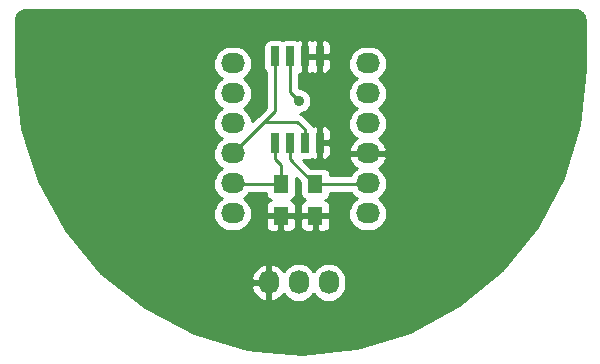
<source format=gtl>
G04 #@! TF.FileFunction,Copper,L1,Top,Signal*
%FSLAX46Y46*%
G04 Gerber Fmt 4.6, Leading zero omitted, Abs format (unit mm)*
G04 Created by KiCad (PCBNEW (2015-04-22 BZR 5620)-product) date 06/08/2015 11:36:45*
%MOMM*%
G01*
G04 APERTURE LIST*
%ADD10C,0.100000*%
%ADD11O,2.032000X1.727200*%
%ADD12O,1.727200X2.032000*%
%ADD13R,1.300000X1.500000*%
%ADD14R,0.650000X1.700000*%
%ADD15C,0.889000*%
%ADD16C,0.254000*%
G04 APERTURE END LIST*
D10*
D11*
X202565000Y-103632000D03*
X202565000Y-106172000D03*
X202565000Y-108712000D03*
X202565000Y-111252000D03*
X202565000Y-113792000D03*
X202565000Y-116332000D03*
X213995000Y-103632000D03*
X213995000Y-106172000D03*
X213995000Y-108712000D03*
X213995000Y-111252000D03*
X213995000Y-113792000D03*
X213995000Y-116332000D03*
D12*
X210693000Y-122174000D03*
X208153000Y-122174000D03*
X205613000Y-122174000D03*
D13*
X206629000Y-116539000D03*
X206629000Y-113839000D03*
X209550000Y-116539000D03*
X209550000Y-113839000D03*
D14*
X209931000Y-103030000D03*
X208661000Y-103030000D03*
X207391000Y-103030000D03*
X206121000Y-103030000D03*
X206121000Y-110330000D03*
X207391000Y-110330000D03*
X208661000Y-110330000D03*
X209931000Y-110330000D03*
D15*
X208153000Y-106807000D03*
D16*
X208661000Y-109220000D02*
X208026000Y-108585000D01*
X208026000Y-108585000D02*
X205232000Y-108585000D01*
X205232000Y-108585000D02*
X202565000Y-111252000D01*
X208661000Y-110330000D02*
X208661000Y-109220000D01*
X206121000Y-107696000D02*
X205232000Y-108585000D01*
X206121000Y-103030000D02*
X206121000Y-107696000D01*
X210533000Y-110330000D02*
X211455000Y-111252000D01*
X211455000Y-111252000D02*
X213995000Y-111252000D01*
X209931000Y-110330000D02*
X210533000Y-110330000D01*
X213948000Y-113839000D02*
X213995000Y-113792000D01*
X209550000Y-113839000D02*
X213948000Y-113839000D01*
X207391000Y-111760000D02*
X207391000Y-110330000D01*
X209470000Y-113839000D02*
X207391000Y-111760000D01*
X209550000Y-113839000D02*
X209470000Y-113839000D01*
X202612000Y-113839000D02*
X202565000Y-113792000D01*
X206629000Y-113839000D02*
X202612000Y-113839000D01*
X206629000Y-112268000D02*
X206121000Y-111760000D01*
X206121000Y-111760000D02*
X206121000Y-110330000D01*
X206629000Y-113839000D02*
X206629000Y-112268000D01*
X208153000Y-106807000D02*
X207391000Y-106045000D01*
X207391000Y-106045000D02*
X207391000Y-103030000D01*
G36*
X232360000Y-104106495D02*
X231898177Y-108816525D01*
X230540031Y-113314924D01*
X228334008Y-117463850D01*
X225364132Y-121105276D01*
X221743527Y-124100501D01*
X217610103Y-126335435D01*
X215653951Y-126940965D01*
X215653951Y-116342462D01*
X215627444Y-116051190D01*
X215544866Y-115770615D01*
X215409363Y-115511422D01*
X215226097Y-115283485D01*
X215002048Y-115095485D01*
X214942413Y-115062700D01*
X214984701Y-115040216D01*
X215211353Y-114855363D01*
X215397784Y-114630006D01*
X215536892Y-114372731D01*
X215623379Y-114093335D01*
X215653951Y-113802462D01*
X215653951Y-108722462D01*
X215627444Y-108431190D01*
X215544866Y-108150615D01*
X215409363Y-107891422D01*
X215226097Y-107663485D01*
X215002048Y-107475485D01*
X214942413Y-107442700D01*
X214984701Y-107420216D01*
X215211353Y-107235363D01*
X215397784Y-107010006D01*
X215536892Y-106752731D01*
X215623379Y-106473335D01*
X215653951Y-106182462D01*
X215627444Y-105891190D01*
X215544866Y-105610615D01*
X215409363Y-105351422D01*
X215226097Y-105123485D01*
X215002048Y-104935485D01*
X214942413Y-104902700D01*
X214984701Y-104880216D01*
X215211353Y-104695363D01*
X215397784Y-104470006D01*
X215536892Y-104212731D01*
X215623379Y-103933335D01*
X215653951Y-103642462D01*
X215627444Y-103351190D01*
X215544866Y-103070615D01*
X215409363Y-102811422D01*
X215226097Y-102583485D01*
X215002048Y-102395485D01*
X214745749Y-102254584D01*
X214466964Y-102166148D01*
X214176312Y-102133546D01*
X214155388Y-102133400D01*
X213834612Y-102133400D01*
X213543532Y-102161941D01*
X213263540Y-102246475D01*
X213005299Y-102383784D01*
X212778647Y-102568637D01*
X212592216Y-102793994D01*
X212453108Y-103051269D01*
X212366621Y-103330665D01*
X212336049Y-103621538D01*
X212362556Y-103912810D01*
X212445134Y-104193385D01*
X212580637Y-104452578D01*
X212763903Y-104680515D01*
X212987952Y-104868515D01*
X213047586Y-104901299D01*
X213005299Y-104923784D01*
X212778647Y-105108637D01*
X212592216Y-105333994D01*
X212453108Y-105591269D01*
X212366621Y-105870665D01*
X212336049Y-106161538D01*
X212362556Y-106452810D01*
X212445134Y-106733385D01*
X212580637Y-106992578D01*
X212763903Y-107220515D01*
X212987952Y-107408515D01*
X213047586Y-107441299D01*
X213005299Y-107463784D01*
X212778647Y-107648637D01*
X212592216Y-107873994D01*
X212453108Y-108131269D01*
X212366621Y-108410665D01*
X212336049Y-108701538D01*
X212362556Y-108992810D01*
X212445134Y-109273385D01*
X212580637Y-109532578D01*
X212763903Y-109760515D01*
X212987952Y-109948515D01*
X213049872Y-109982555D01*
X212843271Y-110133514D01*
X212644267Y-110349965D01*
X212491314Y-110601081D01*
X212390291Y-110877211D01*
X212387642Y-110892974D01*
X212508783Y-111125000D01*
X213868000Y-111125000D01*
X213868000Y-111105000D01*
X214122000Y-111105000D01*
X214122000Y-111125000D01*
X215481217Y-111125000D01*
X215602358Y-110892974D01*
X215599709Y-110877211D01*
X215498686Y-110601081D01*
X215345733Y-110349965D01*
X215146729Y-110133514D01*
X214941205Y-109983343D01*
X214984701Y-109960216D01*
X215211353Y-109775363D01*
X215397784Y-109550006D01*
X215536892Y-109292731D01*
X215623379Y-109013335D01*
X215653951Y-108722462D01*
X215653951Y-113802462D01*
X215627444Y-113511190D01*
X215544866Y-113230615D01*
X215409363Y-112971422D01*
X215226097Y-112743485D01*
X215002048Y-112555485D01*
X214940127Y-112521444D01*
X215146729Y-112370486D01*
X215345733Y-112154035D01*
X215498686Y-111902919D01*
X215599709Y-111626789D01*
X215602358Y-111611026D01*
X215481217Y-111379000D01*
X214122000Y-111379000D01*
X214122000Y-111399000D01*
X213868000Y-111399000D01*
X213868000Y-111379000D01*
X212508783Y-111379000D01*
X212387642Y-111611026D01*
X212390291Y-111626789D01*
X212491314Y-111902919D01*
X212644267Y-112154035D01*
X212843271Y-112370486D01*
X213048794Y-112520656D01*
X213005299Y-112543784D01*
X212778647Y-112728637D01*
X212592216Y-112953994D01*
X212525706Y-113077000D01*
X210891000Y-113077000D01*
X210891000Y-111242542D01*
X210891000Y-110615750D01*
X210891000Y-110044250D01*
X210891000Y-109417458D01*
X210891000Y-103942542D01*
X210891000Y-103315750D01*
X210891000Y-102744250D01*
X210891000Y-102117458D01*
X210866597Y-101994777D01*
X210818730Y-101879215D01*
X210749237Y-101775211D01*
X210660789Y-101686763D01*
X210556785Y-101617270D01*
X210441223Y-101569403D01*
X210318542Y-101545000D01*
X210216750Y-101545000D01*
X210058000Y-101703750D01*
X210058000Y-102903000D01*
X210732250Y-102903000D01*
X210891000Y-102744250D01*
X210891000Y-103315750D01*
X210732250Y-103157000D01*
X210058000Y-103157000D01*
X210058000Y-104356250D01*
X210216750Y-104515000D01*
X210318542Y-104515000D01*
X210441223Y-104490597D01*
X210556785Y-104442730D01*
X210660789Y-104373237D01*
X210749237Y-104284789D01*
X210818730Y-104180785D01*
X210866597Y-104065223D01*
X210891000Y-103942542D01*
X210891000Y-109417458D01*
X210866597Y-109294777D01*
X210818730Y-109179215D01*
X210749237Y-109075211D01*
X210660789Y-108986763D01*
X210556785Y-108917270D01*
X210441223Y-108869403D01*
X210318542Y-108845000D01*
X210216750Y-108845000D01*
X210058000Y-109003750D01*
X210058000Y-110203000D01*
X210732250Y-110203000D01*
X210891000Y-110044250D01*
X210891000Y-110615750D01*
X210732250Y-110457000D01*
X210058000Y-110457000D01*
X210058000Y-111656250D01*
X210216750Y-111815000D01*
X210318542Y-111815000D01*
X210441223Y-111790597D01*
X210556785Y-111742730D01*
X210660789Y-111673237D01*
X210749237Y-111584789D01*
X210818730Y-111480785D01*
X210866597Y-111365223D01*
X210891000Y-111242542D01*
X210891000Y-113077000D01*
X210837096Y-113077000D01*
X210829697Y-112985957D01*
X210776227Y-112814959D01*
X210677326Y-112665566D01*
X210540792Y-112549558D01*
X210377389Y-112476081D01*
X210200000Y-112450928D01*
X209159558Y-112450928D01*
X208526702Y-111818072D01*
X208986000Y-111818072D01*
X209089043Y-111809697D01*
X209260041Y-111756227D01*
X209292879Y-111734487D01*
X209305215Y-111742730D01*
X209420777Y-111790597D01*
X209543458Y-111815000D01*
X209645250Y-111815000D01*
X209804000Y-111656250D01*
X209804000Y-110457000D01*
X209784000Y-110457000D01*
X209784000Y-110203000D01*
X209804000Y-110203000D01*
X209804000Y-109003750D01*
X209804000Y-104356250D01*
X209804000Y-103157000D01*
X209804000Y-102903000D01*
X209804000Y-101703750D01*
X209645250Y-101545000D01*
X209543458Y-101545000D01*
X209420777Y-101569403D01*
X209305215Y-101617270D01*
X209296000Y-101623427D01*
X209286785Y-101617270D01*
X209171223Y-101569403D01*
X209048542Y-101545000D01*
X208946750Y-101545000D01*
X208788000Y-101703750D01*
X208788000Y-102903000D01*
X209129750Y-102903000D01*
X209462250Y-102903000D01*
X209804000Y-102903000D01*
X209804000Y-103157000D01*
X209462250Y-103157000D01*
X209129750Y-103157000D01*
X208788000Y-103157000D01*
X208788000Y-104356250D01*
X208946750Y-104515000D01*
X209048542Y-104515000D01*
X209171223Y-104490597D01*
X209286785Y-104442730D01*
X209296000Y-104436572D01*
X209305215Y-104442730D01*
X209420777Y-104490597D01*
X209543458Y-104515000D01*
X209645250Y-104515000D01*
X209804000Y-104356250D01*
X209804000Y-109003750D01*
X209645250Y-108845000D01*
X209543458Y-108845000D01*
X209420777Y-108869403D01*
X209349239Y-108899034D01*
X209332462Y-108867482D01*
X209300067Y-108804986D01*
X209297568Y-108801855D01*
X209295686Y-108798316D01*
X209251199Y-108743769D01*
X209207286Y-108688760D01*
X209201784Y-108683181D01*
X209201693Y-108683069D01*
X209201589Y-108682983D01*
X209199816Y-108681185D01*
X208564815Y-108046185D01*
X208510400Y-108001487D01*
X208456505Y-107956264D01*
X208452997Y-107954335D01*
X208449897Y-107951789D01*
X208387831Y-107918510D01*
X208326184Y-107884619D01*
X208322363Y-107883407D01*
X208318833Y-107881514D01*
X208303160Y-107876722D01*
X208444704Y-107851765D01*
X208642077Y-107775208D01*
X208820822Y-107661773D01*
X208974130Y-107515780D01*
X209096161Y-107342790D01*
X209182268Y-107149392D01*
X209229170Y-106942952D01*
X209232546Y-106701150D01*
X209191426Y-106493481D01*
X209110754Y-106297753D01*
X208993600Y-106121423D01*
X208844428Y-105971207D01*
X208668921Y-105852825D01*
X208473761Y-105770788D01*
X208266384Y-105728219D01*
X208153000Y-105727427D01*
X208153000Y-104491039D01*
X208273458Y-104515000D01*
X208375250Y-104515000D01*
X208534000Y-104356250D01*
X208534000Y-103157000D01*
X208514000Y-103157000D01*
X208514000Y-102903000D01*
X208534000Y-102903000D01*
X208534000Y-101703750D01*
X208375250Y-101545000D01*
X208273458Y-101545000D01*
X208150777Y-101569403D01*
X208035215Y-101617270D01*
X208023061Y-101625390D01*
X207893389Y-101567081D01*
X207716000Y-101541928D01*
X207066000Y-101541928D01*
X206962957Y-101550303D01*
X206791959Y-101603773D01*
X206756779Y-101627062D01*
X206623389Y-101567081D01*
X206446000Y-101541928D01*
X205796000Y-101541928D01*
X205692957Y-101550303D01*
X205521959Y-101603773D01*
X205372566Y-101702674D01*
X205256558Y-101839208D01*
X205183081Y-102002611D01*
X205157928Y-102180000D01*
X205157928Y-103880000D01*
X205166303Y-103983043D01*
X205219773Y-104154041D01*
X205318674Y-104303434D01*
X205359000Y-104337697D01*
X205359000Y-107380370D01*
X204693257Y-108046112D01*
X204693185Y-108046184D01*
X204206680Y-108532688D01*
X204197444Y-108431190D01*
X204114866Y-108150615D01*
X203979363Y-107891422D01*
X203796097Y-107663485D01*
X203572048Y-107475485D01*
X203512413Y-107442700D01*
X203554701Y-107420216D01*
X203781353Y-107235363D01*
X203967784Y-107010006D01*
X204106892Y-106752731D01*
X204193379Y-106473335D01*
X204223951Y-106182462D01*
X204197444Y-105891190D01*
X204114866Y-105610615D01*
X203979363Y-105351422D01*
X203796097Y-105123485D01*
X203572048Y-104935485D01*
X203512413Y-104902700D01*
X203554701Y-104880216D01*
X203781353Y-104695363D01*
X203967784Y-104470006D01*
X204106892Y-104212731D01*
X204193379Y-103933335D01*
X204223951Y-103642462D01*
X204197444Y-103351190D01*
X204114866Y-103070615D01*
X203979363Y-102811422D01*
X203796097Y-102583485D01*
X203572048Y-102395485D01*
X203315749Y-102254584D01*
X203036964Y-102166148D01*
X202746312Y-102133546D01*
X202725388Y-102133400D01*
X202404612Y-102133400D01*
X202113532Y-102161941D01*
X201833540Y-102246475D01*
X201575299Y-102383784D01*
X201348647Y-102568637D01*
X201162216Y-102793994D01*
X201023108Y-103051269D01*
X200936621Y-103330665D01*
X200906049Y-103621538D01*
X200932556Y-103912810D01*
X201015134Y-104193385D01*
X201150637Y-104452578D01*
X201333903Y-104680515D01*
X201557952Y-104868515D01*
X201617586Y-104901299D01*
X201575299Y-104923784D01*
X201348647Y-105108637D01*
X201162216Y-105333994D01*
X201023108Y-105591269D01*
X200936621Y-105870665D01*
X200906049Y-106161538D01*
X200932556Y-106452810D01*
X201015134Y-106733385D01*
X201150637Y-106992578D01*
X201333903Y-107220515D01*
X201557952Y-107408515D01*
X201617586Y-107441299D01*
X201575299Y-107463784D01*
X201348647Y-107648637D01*
X201162216Y-107873994D01*
X201023108Y-108131269D01*
X200936621Y-108410665D01*
X200906049Y-108701538D01*
X200932556Y-108992810D01*
X201015134Y-109273385D01*
X201150637Y-109532578D01*
X201333903Y-109760515D01*
X201557952Y-109948515D01*
X201617586Y-109981299D01*
X201575299Y-110003784D01*
X201348647Y-110188637D01*
X201162216Y-110413994D01*
X201023108Y-110671269D01*
X200936621Y-110950665D01*
X200906049Y-111241538D01*
X200932556Y-111532810D01*
X201015134Y-111813385D01*
X201150637Y-112072578D01*
X201333903Y-112300515D01*
X201557952Y-112488515D01*
X201617586Y-112521299D01*
X201575299Y-112543784D01*
X201348647Y-112728637D01*
X201162216Y-112953994D01*
X201023108Y-113211269D01*
X200936621Y-113490665D01*
X200906049Y-113781538D01*
X200932556Y-114072810D01*
X201015134Y-114353385D01*
X201150637Y-114612578D01*
X201333903Y-114840515D01*
X201557952Y-115028515D01*
X201617586Y-115061299D01*
X201575299Y-115083784D01*
X201348647Y-115268637D01*
X201162216Y-115493994D01*
X201023108Y-115751269D01*
X200936621Y-116030665D01*
X200906049Y-116321538D01*
X200932556Y-116612810D01*
X201015134Y-116893385D01*
X201150637Y-117152578D01*
X201333903Y-117380515D01*
X201557952Y-117568515D01*
X201814251Y-117709416D01*
X202093036Y-117797852D01*
X202383688Y-117830454D01*
X202404612Y-117830600D01*
X202725388Y-117830600D01*
X203016468Y-117802059D01*
X203296460Y-117717525D01*
X203554701Y-117580216D01*
X203781353Y-117395363D01*
X203967784Y-117170006D01*
X204106892Y-116912731D01*
X204193379Y-116633335D01*
X204223951Y-116342462D01*
X204197444Y-116051190D01*
X204114866Y-115770615D01*
X203979363Y-115511422D01*
X203796097Y-115283485D01*
X203572048Y-115095485D01*
X203512413Y-115062700D01*
X203554701Y-115040216D01*
X203781353Y-114855363D01*
X203967784Y-114630006D01*
X203983467Y-114601000D01*
X205341903Y-114601000D01*
X205349303Y-114692043D01*
X205402773Y-114863041D01*
X205501674Y-115012434D01*
X205638208Y-115128442D01*
X205770633Y-115187989D01*
X205678215Y-115226270D01*
X205574211Y-115295763D01*
X205485763Y-115384211D01*
X205416270Y-115488215D01*
X205368403Y-115603777D01*
X205344000Y-115726458D01*
X205344000Y-116253250D01*
X205502750Y-116412000D01*
X206502000Y-116412000D01*
X206502000Y-116392000D01*
X206756000Y-116392000D01*
X206756000Y-116412000D01*
X207755250Y-116412000D01*
X207914000Y-116253250D01*
X207914000Y-115726458D01*
X207889597Y-115603777D01*
X207841730Y-115488215D01*
X207772237Y-115384211D01*
X207683789Y-115295763D01*
X207579785Y-115226270D01*
X207484303Y-115186720D01*
X207553041Y-115165227D01*
X207702434Y-115066326D01*
X207818442Y-114929792D01*
X207891919Y-114766389D01*
X207917072Y-114589000D01*
X207917072Y-113363702D01*
X208261928Y-113708558D01*
X208261928Y-114589000D01*
X208270303Y-114692043D01*
X208323773Y-114863041D01*
X208422674Y-115012434D01*
X208559208Y-115128442D01*
X208691633Y-115187989D01*
X208599215Y-115226270D01*
X208495211Y-115295763D01*
X208406763Y-115384211D01*
X208337270Y-115488215D01*
X208289403Y-115603777D01*
X208265000Y-115726458D01*
X208265000Y-116253250D01*
X208423750Y-116412000D01*
X209423000Y-116412000D01*
X209423000Y-116392000D01*
X209677000Y-116392000D01*
X209677000Y-116412000D01*
X210676250Y-116412000D01*
X210835000Y-116253250D01*
X210835000Y-115726458D01*
X210810597Y-115603777D01*
X210762730Y-115488215D01*
X210693237Y-115384211D01*
X210604789Y-115295763D01*
X210500785Y-115226270D01*
X210405303Y-115186720D01*
X210474041Y-115165227D01*
X210623434Y-115066326D01*
X210739442Y-114929792D01*
X210812919Y-114766389D01*
X210836370Y-114601000D01*
X212574584Y-114601000D01*
X212580637Y-114612578D01*
X212763903Y-114840515D01*
X212987952Y-115028515D01*
X213047586Y-115061299D01*
X213005299Y-115083784D01*
X212778647Y-115268637D01*
X212592216Y-115493994D01*
X212453108Y-115751269D01*
X212366621Y-116030665D01*
X212336049Y-116321538D01*
X212362556Y-116612810D01*
X212445134Y-116893385D01*
X212580637Y-117152578D01*
X212763903Y-117380515D01*
X212987952Y-117568515D01*
X213244251Y-117709416D01*
X213523036Y-117797852D01*
X213813688Y-117830454D01*
X213834612Y-117830600D01*
X214155388Y-117830600D01*
X214446468Y-117802059D01*
X214726460Y-117717525D01*
X214984701Y-117580216D01*
X215211353Y-117395363D01*
X215397784Y-117170006D01*
X215536892Y-116912731D01*
X215623379Y-116633335D01*
X215653951Y-116342462D01*
X215653951Y-126940965D01*
X213121292Y-127724955D01*
X212191600Y-127822669D01*
X212191600Y-122334388D01*
X212191600Y-122013612D01*
X212163059Y-121722532D01*
X212078525Y-121442540D01*
X211941216Y-121184299D01*
X211756363Y-120957647D01*
X211531006Y-120771216D01*
X211273731Y-120632108D01*
X210994335Y-120545621D01*
X210835000Y-120528874D01*
X210835000Y-117351542D01*
X210835000Y-116824750D01*
X210676250Y-116666000D01*
X209677000Y-116666000D01*
X209677000Y-117765250D01*
X209835750Y-117924000D01*
X210137458Y-117924000D01*
X210262542Y-117924000D01*
X210385223Y-117899597D01*
X210500785Y-117851730D01*
X210604789Y-117782237D01*
X210693237Y-117693789D01*
X210762730Y-117589785D01*
X210810597Y-117474223D01*
X210835000Y-117351542D01*
X210835000Y-120528874D01*
X210703462Y-120515049D01*
X210412190Y-120541556D01*
X210131615Y-120624134D01*
X209872422Y-120759637D01*
X209644485Y-120942903D01*
X209456485Y-121166952D01*
X209423700Y-121226586D01*
X209423000Y-121225269D01*
X209423000Y-117765250D01*
X209423000Y-116666000D01*
X208423750Y-116666000D01*
X208265000Y-116824750D01*
X208265000Y-117351542D01*
X208289403Y-117474223D01*
X208337270Y-117589785D01*
X208406763Y-117693789D01*
X208495211Y-117782237D01*
X208599215Y-117851730D01*
X208714777Y-117899597D01*
X208837458Y-117924000D01*
X208962542Y-117924000D01*
X209264250Y-117924000D01*
X209423000Y-117765250D01*
X209423000Y-121225269D01*
X209401216Y-121184299D01*
X209216363Y-120957647D01*
X208991006Y-120771216D01*
X208733731Y-120632108D01*
X208454335Y-120545621D01*
X208163462Y-120515049D01*
X207914000Y-120537751D01*
X207914000Y-117351542D01*
X207914000Y-116824750D01*
X207755250Y-116666000D01*
X206756000Y-116666000D01*
X206756000Y-117765250D01*
X206914750Y-117924000D01*
X207216458Y-117924000D01*
X207341542Y-117924000D01*
X207464223Y-117899597D01*
X207579785Y-117851730D01*
X207683789Y-117782237D01*
X207772237Y-117693789D01*
X207841730Y-117589785D01*
X207889597Y-117474223D01*
X207914000Y-117351542D01*
X207914000Y-120537751D01*
X207872190Y-120541556D01*
X207591615Y-120624134D01*
X207332422Y-120759637D01*
X207104485Y-120942903D01*
X206916485Y-121166952D01*
X206882444Y-121228872D01*
X206731486Y-121022271D01*
X206515035Y-120823267D01*
X206502000Y-120815327D01*
X206502000Y-117765250D01*
X206502000Y-116666000D01*
X205502750Y-116666000D01*
X205344000Y-116824750D01*
X205344000Y-117351542D01*
X205368403Y-117474223D01*
X205416270Y-117589785D01*
X205485763Y-117693789D01*
X205574211Y-117782237D01*
X205678215Y-117851730D01*
X205793777Y-117899597D01*
X205916458Y-117924000D01*
X206041542Y-117924000D01*
X206343250Y-117924000D01*
X206502000Y-117765250D01*
X206502000Y-120815327D01*
X206263919Y-120670314D01*
X205987789Y-120569291D01*
X205972026Y-120566642D01*
X205740000Y-120687783D01*
X205740000Y-122047000D01*
X205760000Y-122047000D01*
X205760000Y-122301000D01*
X205740000Y-122301000D01*
X205740000Y-123660217D01*
X205972026Y-123781358D01*
X205987789Y-123778709D01*
X206263919Y-123677686D01*
X206515035Y-123524733D01*
X206731486Y-123325729D01*
X206881656Y-123120205D01*
X206904784Y-123163701D01*
X207089637Y-123390353D01*
X207314994Y-123576784D01*
X207572269Y-123715892D01*
X207851665Y-123802379D01*
X208142538Y-123832951D01*
X208433810Y-123806444D01*
X208714385Y-123723866D01*
X208973578Y-123588363D01*
X209201515Y-123405097D01*
X209389515Y-123181048D01*
X209422299Y-123121413D01*
X209444784Y-123163701D01*
X209629637Y-123390353D01*
X209854994Y-123576784D01*
X210112269Y-123715892D01*
X210391665Y-123802379D01*
X210682538Y-123832951D01*
X210973810Y-123806444D01*
X211254385Y-123723866D01*
X211513578Y-123588363D01*
X211741515Y-123405097D01*
X211929515Y-123181048D01*
X212070416Y-122924749D01*
X212158852Y-122645964D01*
X212191454Y-122355312D01*
X212191600Y-122334388D01*
X212191600Y-127822669D01*
X208448084Y-128216127D01*
X205486000Y-127946556D01*
X205486000Y-123660217D01*
X205486000Y-122301000D01*
X205486000Y-122047000D01*
X205486000Y-120687783D01*
X205253974Y-120566642D01*
X205238211Y-120569291D01*
X204962081Y-120670314D01*
X204710965Y-120823267D01*
X204494514Y-121022271D01*
X204321046Y-121259679D01*
X204197227Y-121526367D01*
X204127815Y-121812086D01*
X204272075Y-122047000D01*
X205486000Y-122047000D01*
X205486000Y-122301000D01*
X204272075Y-122301000D01*
X204127815Y-122535914D01*
X204197227Y-122821633D01*
X204321046Y-123088321D01*
X204494514Y-123325729D01*
X204710965Y-123524733D01*
X204962081Y-123677686D01*
X205238211Y-123778709D01*
X205253974Y-123781358D01*
X205486000Y-123660217D01*
X205486000Y-127946556D01*
X203768472Y-127790250D01*
X199260702Y-126463541D01*
X195096477Y-124286536D01*
X191434403Y-121342153D01*
X188413976Y-117742549D01*
X186150239Y-113624826D01*
X184729419Y-109145829D01*
X184202146Y-104445089D01*
X184200000Y-104137653D01*
X184200000Y-99958503D01*
X184218743Y-99767336D01*
X184264532Y-99615678D01*
X184338904Y-99475804D01*
X184439030Y-99353038D01*
X184561093Y-99252059D01*
X184700449Y-99176709D01*
X184851780Y-99129864D01*
X185040782Y-99110000D01*
X231511496Y-99110000D01*
X231702663Y-99128743D01*
X231854321Y-99174532D01*
X231994195Y-99248904D01*
X232116961Y-99349030D01*
X232217940Y-99471093D01*
X232293290Y-99610449D01*
X232340135Y-99761780D01*
X232360000Y-99950782D01*
X232360000Y-104106495D01*
X232360000Y-104106495D01*
G37*
X232360000Y-104106495D02*
X231898177Y-108816525D01*
X230540031Y-113314924D01*
X228334008Y-117463850D01*
X225364132Y-121105276D01*
X221743527Y-124100501D01*
X217610103Y-126335435D01*
X215653951Y-126940965D01*
X215653951Y-116342462D01*
X215627444Y-116051190D01*
X215544866Y-115770615D01*
X215409363Y-115511422D01*
X215226097Y-115283485D01*
X215002048Y-115095485D01*
X214942413Y-115062700D01*
X214984701Y-115040216D01*
X215211353Y-114855363D01*
X215397784Y-114630006D01*
X215536892Y-114372731D01*
X215623379Y-114093335D01*
X215653951Y-113802462D01*
X215653951Y-108722462D01*
X215627444Y-108431190D01*
X215544866Y-108150615D01*
X215409363Y-107891422D01*
X215226097Y-107663485D01*
X215002048Y-107475485D01*
X214942413Y-107442700D01*
X214984701Y-107420216D01*
X215211353Y-107235363D01*
X215397784Y-107010006D01*
X215536892Y-106752731D01*
X215623379Y-106473335D01*
X215653951Y-106182462D01*
X215627444Y-105891190D01*
X215544866Y-105610615D01*
X215409363Y-105351422D01*
X215226097Y-105123485D01*
X215002048Y-104935485D01*
X214942413Y-104902700D01*
X214984701Y-104880216D01*
X215211353Y-104695363D01*
X215397784Y-104470006D01*
X215536892Y-104212731D01*
X215623379Y-103933335D01*
X215653951Y-103642462D01*
X215627444Y-103351190D01*
X215544866Y-103070615D01*
X215409363Y-102811422D01*
X215226097Y-102583485D01*
X215002048Y-102395485D01*
X214745749Y-102254584D01*
X214466964Y-102166148D01*
X214176312Y-102133546D01*
X214155388Y-102133400D01*
X213834612Y-102133400D01*
X213543532Y-102161941D01*
X213263540Y-102246475D01*
X213005299Y-102383784D01*
X212778647Y-102568637D01*
X212592216Y-102793994D01*
X212453108Y-103051269D01*
X212366621Y-103330665D01*
X212336049Y-103621538D01*
X212362556Y-103912810D01*
X212445134Y-104193385D01*
X212580637Y-104452578D01*
X212763903Y-104680515D01*
X212987952Y-104868515D01*
X213047586Y-104901299D01*
X213005299Y-104923784D01*
X212778647Y-105108637D01*
X212592216Y-105333994D01*
X212453108Y-105591269D01*
X212366621Y-105870665D01*
X212336049Y-106161538D01*
X212362556Y-106452810D01*
X212445134Y-106733385D01*
X212580637Y-106992578D01*
X212763903Y-107220515D01*
X212987952Y-107408515D01*
X213047586Y-107441299D01*
X213005299Y-107463784D01*
X212778647Y-107648637D01*
X212592216Y-107873994D01*
X212453108Y-108131269D01*
X212366621Y-108410665D01*
X212336049Y-108701538D01*
X212362556Y-108992810D01*
X212445134Y-109273385D01*
X212580637Y-109532578D01*
X212763903Y-109760515D01*
X212987952Y-109948515D01*
X213049872Y-109982555D01*
X212843271Y-110133514D01*
X212644267Y-110349965D01*
X212491314Y-110601081D01*
X212390291Y-110877211D01*
X212387642Y-110892974D01*
X212508783Y-111125000D01*
X213868000Y-111125000D01*
X213868000Y-111105000D01*
X214122000Y-111105000D01*
X214122000Y-111125000D01*
X215481217Y-111125000D01*
X215602358Y-110892974D01*
X215599709Y-110877211D01*
X215498686Y-110601081D01*
X215345733Y-110349965D01*
X215146729Y-110133514D01*
X214941205Y-109983343D01*
X214984701Y-109960216D01*
X215211353Y-109775363D01*
X215397784Y-109550006D01*
X215536892Y-109292731D01*
X215623379Y-109013335D01*
X215653951Y-108722462D01*
X215653951Y-113802462D01*
X215627444Y-113511190D01*
X215544866Y-113230615D01*
X215409363Y-112971422D01*
X215226097Y-112743485D01*
X215002048Y-112555485D01*
X214940127Y-112521444D01*
X215146729Y-112370486D01*
X215345733Y-112154035D01*
X215498686Y-111902919D01*
X215599709Y-111626789D01*
X215602358Y-111611026D01*
X215481217Y-111379000D01*
X214122000Y-111379000D01*
X214122000Y-111399000D01*
X213868000Y-111399000D01*
X213868000Y-111379000D01*
X212508783Y-111379000D01*
X212387642Y-111611026D01*
X212390291Y-111626789D01*
X212491314Y-111902919D01*
X212644267Y-112154035D01*
X212843271Y-112370486D01*
X213048794Y-112520656D01*
X213005299Y-112543784D01*
X212778647Y-112728637D01*
X212592216Y-112953994D01*
X212525706Y-113077000D01*
X210891000Y-113077000D01*
X210891000Y-111242542D01*
X210891000Y-110615750D01*
X210891000Y-110044250D01*
X210891000Y-109417458D01*
X210891000Y-103942542D01*
X210891000Y-103315750D01*
X210891000Y-102744250D01*
X210891000Y-102117458D01*
X210866597Y-101994777D01*
X210818730Y-101879215D01*
X210749237Y-101775211D01*
X210660789Y-101686763D01*
X210556785Y-101617270D01*
X210441223Y-101569403D01*
X210318542Y-101545000D01*
X210216750Y-101545000D01*
X210058000Y-101703750D01*
X210058000Y-102903000D01*
X210732250Y-102903000D01*
X210891000Y-102744250D01*
X210891000Y-103315750D01*
X210732250Y-103157000D01*
X210058000Y-103157000D01*
X210058000Y-104356250D01*
X210216750Y-104515000D01*
X210318542Y-104515000D01*
X210441223Y-104490597D01*
X210556785Y-104442730D01*
X210660789Y-104373237D01*
X210749237Y-104284789D01*
X210818730Y-104180785D01*
X210866597Y-104065223D01*
X210891000Y-103942542D01*
X210891000Y-109417458D01*
X210866597Y-109294777D01*
X210818730Y-109179215D01*
X210749237Y-109075211D01*
X210660789Y-108986763D01*
X210556785Y-108917270D01*
X210441223Y-108869403D01*
X210318542Y-108845000D01*
X210216750Y-108845000D01*
X210058000Y-109003750D01*
X210058000Y-110203000D01*
X210732250Y-110203000D01*
X210891000Y-110044250D01*
X210891000Y-110615750D01*
X210732250Y-110457000D01*
X210058000Y-110457000D01*
X210058000Y-111656250D01*
X210216750Y-111815000D01*
X210318542Y-111815000D01*
X210441223Y-111790597D01*
X210556785Y-111742730D01*
X210660789Y-111673237D01*
X210749237Y-111584789D01*
X210818730Y-111480785D01*
X210866597Y-111365223D01*
X210891000Y-111242542D01*
X210891000Y-113077000D01*
X210837096Y-113077000D01*
X210829697Y-112985957D01*
X210776227Y-112814959D01*
X210677326Y-112665566D01*
X210540792Y-112549558D01*
X210377389Y-112476081D01*
X210200000Y-112450928D01*
X209159558Y-112450928D01*
X208526702Y-111818072D01*
X208986000Y-111818072D01*
X209089043Y-111809697D01*
X209260041Y-111756227D01*
X209292879Y-111734487D01*
X209305215Y-111742730D01*
X209420777Y-111790597D01*
X209543458Y-111815000D01*
X209645250Y-111815000D01*
X209804000Y-111656250D01*
X209804000Y-110457000D01*
X209784000Y-110457000D01*
X209784000Y-110203000D01*
X209804000Y-110203000D01*
X209804000Y-109003750D01*
X209804000Y-104356250D01*
X209804000Y-103157000D01*
X209804000Y-102903000D01*
X209804000Y-101703750D01*
X209645250Y-101545000D01*
X209543458Y-101545000D01*
X209420777Y-101569403D01*
X209305215Y-101617270D01*
X209296000Y-101623427D01*
X209286785Y-101617270D01*
X209171223Y-101569403D01*
X209048542Y-101545000D01*
X208946750Y-101545000D01*
X208788000Y-101703750D01*
X208788000Y-102903000D01*
X209129750Y-102903000D01*
X209462250Y-102903000D01*
X209804000Y-102903000D01*
X209804000Y-103157000D01*
X209462250Y-103157000D01*
X209129750Y-103157000D01*
X208788000Y-103157000D01*
X208788000Y-104356250D01*
X208946750Y-104515000D01*
X209048542Y-104515000D01*
X209171223Y-104490597D01*
X209286785Y-104442730D01*
X209296000Y-104436572D01*
X209305215Y-104442730D01*
X209420777Y-104490597D01*
X209543458Y-104515000D01*
X209645250Y-104515000D01*
X209804000Y-104356250D01*
X209804000Y-109003750D01*
X209645250Y-108845000D01*
X209543458Y-108845000D01*
X209420777Y-108869403D01*
X209349239Y-108899034D01*
X209332462Y-108867482D01*
X209300067Y-108804986D01*
X209297568Y-108801855D01*
X209295686Y-108798316D01*
X209251199Y-108743769D01*
X209207286Y-108688760D01*
X209201784Y-108683181D01*
X209201693Y-108683069D01*
X209201589Y-108682983D01*
X209199816Y-108681185D01*
X208564815Y-108046185D01*
X208510400Y-108001487D01*
X208456505Y-107956264D01*
X208452997Y-107954335D01*
X208449897Y-107951789D01*
X208387831Y-107918510D01*
X208326184Y-107884619D01*
X208322363Y-107883407D01*
X208318833Y-107881514D01*
X208303160Y-107876722D01*
X208444704Y-107851765D01*
X208642077Y-107775208D01*
X208820822Y-107661773D01*
X208974130Y-107515780D01*
X209096161Y-107342790D01*
X209182268Y-107149392D01*
X209229170Y-106942952D01*
X209232546Y-106701150D01*
X209191426Y-106493481D01*
X209110754Y-106297753D01*
X208993600Y-106121423D01*
X208844428Y-105971207D01*
X208668921Y-105852825D01*
X208473761Y-105770788D01*
X208266384Y-105728219D01*
X208153000Y-105727427D01*
X208153000Y-104491039D01*
X208273458Y-104515000D01*
X208375250Y-104515000D01*
X208534000Y-104356250D01*
X208534000Y-103157000D01*
X208514000Y-103157000D01*
X208514000Y-102903000D01*
X208534000Y-102903000D01*
X208534000Y-101703750D01*
X208375250Y-101545000D01*
X208273458Y-101545000D01*
X208150777Y-101569403D01*
X208035215Y-101617270D01*
X208023061Y-101625390D01*
X207893389Y-101567081D01*
X207716000Y-101541928D01*
X207066000Y-101541928D01*
X206962957Y-101550303D01*
X206791959Y-101603773D01*
X206756779Y-101627062D01*
X206623389Y-101567081D01*
X206446000Y-101541928D01*
X205796000Y-101541928D01*
X205692957Y-101550303D01*
X205521959Y-101603773D01*
X205372566Y-101702674D01*
X205256558Y-101839208D01*
X205183081Y-102002611D01*
X205157928Y-102180000D01*
X205157928Y-103880000D01*
X205166303Y-103983043D01*
X205219773Y-104154041D01*
X205318674Y-104303434D01*
X205359000Y-104337697D01*
X205359000Y-107380370D01*
X204693257Y-108046112D01*
X204693185Y-108046184D01*
X204206680Y-108532688D01*
X204197444Y-108431190D01*
X204114866Y-108150615D01*
X203979363Y-107891422D01*
X203796097Y-107663485D01*
X203572048Y-107475485D01*
X203512413Y-107442700D01*
X203554701Y-107420216D01*
X203781353Y-107235363D01*
X203967784Y-107010006D01*
X204106892Y-106752731D01*
X204193379Y-106473335D01*
X204223951Y-106182462D01*
X204197444Y-105891190D01*
X204114866Y-105610615D01*
X203979363Y-105351422D01*
X203796097Y-105123485D01*
X203572048Y-104935485D01*
X203512413Y-104902700D01*
X203554701Y-104880216D01*
X203781353Y-104695363D01*
X203967784Y-104470006D01*
X204106892Y-104212731D01*
X204193379Y-103933335D01*
X204223951Y-103642462D01*
X204197444Y-103351190D01*
X204114866Y-103070615D01*
X203979363Y-102811422D01*
X203796097Y-102583485D01*
X203572048Y-102395485D01*
X203315749Y-102254584D01*
X203036964Y-102166148D01*
X202746312Y-102133546D01*
X202725388Y-102133400D01*
X202404612Y-102133400D01*
X202113532Y-102161941D01*
X201833540Y-102246475D01*
X201575299Y-102383784D01*
X201348647Y-102568637D01*
X201162216Y-102793994D01*
X201023108Y-103051269D01*
X200936621Y-103330665D01*
X200906049Y-103621538D01*
X200932556Y-103912810D01*
X201015134Y-104193385D01*
X201150637Y-104452578D01*
X201333903Y-104680515D01*
X201557952Y-104868515D01*
X201617586Y-104901299D01*
X201575299Y-104923784D01*
X201348647Y-105108637D01*
X201162216Y-105333994D01*
X201023108Y-105591269D01*
X200936621Y-105870665D01*
X200906049Y-106161538D01*
X200932556Y-106452810D01*
X201015134Y-106733385D01*
X201150637Y-106992578D01*
X201333903Y-107220515D01*
X201557952Y-107408515D01*
X201617586Y-107441299D01*
X201575299Y-107463784D01*
X201348647Y-107648637D01*
X201162216Y-107873994D01*
X201023108Y-108131269D01*
X200936621Y-108410665D01*
X200906049Y-108701538D01*
X200932556Y-108992810D01*
X201015134Y-109273385D01*
X201150637Y-109532578D01*
X201333903Y-109760515D01*
X201557952Y-109948515D01*
X201617586Y-109981299D01*
X201575299Y-110003784D01*
X201348647Y-110188637D01*
X201162216Y-110413994D01*
X201023108Y-110671269D01*
X200936621Y-110950665D01*
X200906049Y-111241538D01*
X200932556Y-111532810D01*
X201015134Y-111813385D01*
X201150637Y-112072578D01*
X201333903Y-112300515D01*
X201557952Y-112488515D01*
X201617586Y-112521299D01*
X201575299Y-112543784D01*
X201348647Y-112728637D01*
X201162216Y-112953994D01*
X201023108Y-113211269D01*
X200936621Y-113490665D01*
X200906049Y-113781538D01*
X200932556Y-114072810D01*
X201015134Y-114353385D01*
X201150637Y-114612578D01*
X201333903Y-114840515D01*
X201557952Y-115028515D01*
X201617586Y-115061299D01*
X201575299Y-115083784D01*
X201348647Y-115268637D01*
X201162216Y-115493994D01*
X201023108Y-115751269D01*
X200936621Y-116030665D01*
X200906049Y-116321538D01*
X200932556Y-116612810D01*
X201015134Y-116893385D01*
X201150637Y-117152578D01*
X201333903Y-117380515D01*
X201557952Y-117568515D01*
X201814251Y-117709416D01*
X202093036Y-117797852D01*
X202383688Y-117830454D01*
X202404612Y-117830600D01*
X202725388Y-117830600D01*
X203016468Y-117802059D01*
X203296460Y-117717525D01*
X203554701Y-117580216D01*
X203781353Y-117395363D01*
X203967784Y-117170006D01*
X204106892Y-116912731D01*
X204193379Y-116633335D01*
X204223951Y-116342462D01*
X204197444Y-116051190D01*
X204114866Y-115770615D01*
X203979363Y-115511422D01*
X203796097Y-115283485D01*
X203572048Y-115095485D01*
X203512413Y-115062700D01*
X203554701Y-115040216D01*
X203781353Y-114855363D01*
X203967784Y-114630006D01*
X203983467Y-114601000D01*
X205341903Y-114601000D01*
X205349303Y-114692043D01*
X205402773Y-114863041D01*
X205501674Y-115012434D01*
X205638208Y-115128442D01*
X205770633Y-115187989D01*
X205678215Y-115226270D01*
X205574211Y-115295763D01*
X205485763Y-115384211D01*
X205416270Y-115488215D01*
X205368403Y-115603777D01*
X205344000Y-115726458D01*
X205344000Y-116253250D01*
X205502750Y-116412000D01*
X206502000Y-116412000D01*
X206502000Y-116392000D01*
X206756000Y-116392000D01*
X206756000Y-116412000D01*
X207755250Y-116412000D01*
X207914000Y-116253250D01*
X207914000Y-115726458D01*
X207889597Y-115603777D01*
X207841730Y-115488215D01*
X207772237Y-115384211D01*
X207683789Y-115295763D01*
X207579785Y-115226270D01*
X207484303Y-115186720D01*
X207553041Y-115165227D01*
X207702434Y-115066326D01*
X207818442Y-114929792D01*
X207891919Y-114766389D01*
X207917072Y-114589000D01*
X207917072Y-113363702D01*
X208261928Y-113708558D01*
X208261928Y-114589000D01*
X208270303Y-114692043D01*
X208323773Y-114863041D01*
X208422674Y-115012434D01*
X208559208Y-115128442D01*
X208691633Y-115187989D01*
X208599215Y-115226270D01*
X208495211Y-115295763D01*
X208406763Y-115384211D01*
X208337270Y-115488215D01*
X208289403Y-115603777D01*
X208265000Y-115726458D01*
X208265000Y-116253250D01*
X208423750Y-116412000D01*
X209423000Y-116412000D01*
X209423000Y-116392000D01*
X209677000Y-116392000D01*
X209677000Y-116412000D01*
X210676250Y-116412000D01*
X210835000Y-116253250D01*
X210835000Y-115726458D01*
X210810597Y-115603777D01*
X210762730Y-115488215D01*
X210693237Y-115384211D01*
X210604789Y-115295763D01*
X210500785Y-115226270D01*
X210405303Y-115186720D01*
X210474041Y-115165227D01*
X210623434Y-115066326D01*
X210739442Y-114929792D01*
X210812919Y-114766389D01*
X210836370Y-114601000D01*
X212574584Y-114601000D01*
X212580637Y-114612578D01*
X212763903Y-114840515D01*
X212987952Y-115028515D01*
X213047586Y-115061299D01*
X213005299Y-115083784D01*
X212778647Y-115268637D01*
X212592216Y-115493994D01*
X212453108Y-115751269D01*
X212366621Y-116030665D01*
X212336049Y-116321538D01*
X212362556Y-116612810D01*
X212445134Y-116893385D01*
X212580637Y-117152578D01*
X212763903Y-117380515D01*
X212987952Y-117568515D01*
X213244251Y-117709416D01*
X213523036Y-117797852D01*
X213813688Y-117830454D01*
X213834612Y-117830600D01*
X214155388Y-117830600D01*
X214446468Y-117802059D01*
X214726460Y-117717525D01*
X214984701Y-117580216D01*
X215211353Y-117395363D01*
X215397784Y-117170006D01*
X215536892Y-116912731D01*
X215623379Y-116633335D01*
X215653951Y-116342462D01*
X215653951Y-126940965D01*
X213121292Y-127724955D01*
X212191600Y-127822669D01*
X212191600Y-122334388D01*
X212191600Y-122013612D01*
X212163059Y-121722532D01*
X212078525Y-121442540D01*
X211941216Y-121184299D01*
X211756363Y-120957647D01*
X211531006Y-120771216D01*
X211273731Y-120632108D01*
X210994335Y-120545621D01*
X210835000Y-120528874D01*
X210835000Y-117351542D01*
X210835000Y-116824750D01*
X210676250Y-116666000D01*
X209677000Y-116666000D01*
X209677000Y-117765250D01*
X209835750Y-117924000D01*
X210137458Y-117924000D01*
X210262542Y-117924000D01*
X210385223Y-117899597D01*
X210500785Y-117851730D01*
X210604789Y-117782237D01*
X210693237Y-117693789D01*
X210762730Y-117589785D01*
X210810597Y-117474223D01*
X210835000Y-117351542D01*
X210835000Y-120528874D01*
X210703462Y-120515049D01*
X210412190Y-120541556D01*
X210131615Y-120624134D01*
X209872422Y-120759637D01*
X209644485Y-120942903D01*
X209456485Y-121166952D01*
X209423700Y-121226586D01*
X209423000Y-121225269D01*
X209423000Y-117765250D01*
X209423000Y-116666000D01*
X208423750Y-116666000D01*
X208265000Y-116824750D01*
X208265000Y-117351542D01*
X208289403Y-117474223D01*
X208337270Y-117589785D01*
X208406763Y-117693789D01*
X208495211Y-117782237D01*
X208599215Y-117851730D01*
X208714777Y-117899597D01*
X208837458Y-117924000D01*
X208962542Y-117924000D01*
X209264250Y-117924000D01*
X209423000Y-117765250D01*
X209423000Y-121225269D01*
X209401216Y-121184299D01*
X209216363Y-120957647D01*
X208991006Y-120771216D01*
X208733731Y-120632108D01*
X208454335Y-120545621D01*
X208163462Y-120515049D01*
X207914000Y-120537751D01*
X207914000Y-117351542D01*
X207914000Y-116824750D01*
X207755250Y-116666000D01*
X206756000Y-116666000D01*
X206756000Y-117765250D01*
X206914750Y-117924000D01*
X207216458Y-117924000D01*
X207341542Y-117924000D01*
X207464223Y-117899597D01*
X207579785Y-117851730D01*
X207683789Y-117782237D01*
X207772237Y-117693789D01*
X207841730Y-117589785D01*
X207889597Y-117474223D01*
X207914000Y-117351542D01*
X207914000Y-120537751D01*
X207872190Y-120541556D01*
X207591615Y-120624134D01*
X207332422Y-120759637D01*
X207104485Y-120942903D01*
X206916485Y-121166952D01*
X206882444Y-121228872D01*
X206731486Y-121022271D01*
X206515035Y-120823267D01*
X206502000Y-120815327D01*
X206502000Y-117765250D01*
X206502000Y-116666000D01*
X205502750Y-116666000D01*
X205344000Y-116824750D01*
X205344000Y-117351542D01*
X205368403Y-117474223D01*
X205416270Y-117589785D01*
X205485763Y-117693789D01*
X205574211Y-117782237D01*
X205678215Y-117851730D01*
X205793777Y-117899597D01*
X205916458Y-117924000D01*
X206041542Y-117924000D01*
X206343250Y-117924000D01*
X206502000Y-117765250D01*
X206502000Y-120815327D01*
X206263919Y-120670314D01*
X205987789Y-120569291D01*
X205972026Y-120566642D01*
X205740000Y-120687783D01*
X205740000Y-122047000D01*
X205760000Y-122047000D01*
X205760000Y-122301000D01*
X205740000Y-122301000D01*
X205740000Y-123660217D01*
X205972026Y-123781358D01*
X205987789Y-123778709D01*
X206263919Y-123677686D01*
X206515035Y-123524733D01*
X206731486Y-123325729D01*
X206881656Y-123120205D01*
X206904784Y-123163701D01*
X207089637Y-123390353D01*
X207314994Y-123576784D01*
X207572269Y-123715892D01*
X207851665Y-123802379D01*
X208142538Y-123832951D01*
X208433810Y-123806444D01*
X208714385Y-123723866D01*
X208973578Y-123588363D01*
X209201515Y-123405097D01*
X209389515Y-123181048D01*
X209422299Y-123121413D01*
X209444784Y-123163701D01*
X209629637Y-123390353D01*
X209854994Y-123576784D01*
X210112269Y-123715892D01*
X210391665Y-123802379D01*
X210682538Y-123832951D01*
X210973810Y-123806444D01*
X211254385Y-123723866D01*
X211513578Y-123588363D01*
X211741515Y-123405097D01*
X211929515Y-123181048D01*
X212070416Y-122924749D01*
X212158852Y-122645964D01*
X212191454Y-122355312D01*
X212191600Y-122334388D01*
X212191600Y-127822669D01*
X208448084Y-128216127D01*
X205486000Y-127946556D01*
X205486000Y-123660217D01*
X205486000Y-122301000D01*
X205486000Y-122047000D01*
X205486000Y-120687783D01*
X205253974Y-120566642D01*
X205238211Y-120569291D01*
X204962081Y-120670314D01*
X204710965Y-120823267D01*
X204494514Y-121022271D01*
X204321046Y-121259679D01*
X204197227Y-121526367D01*
X204127815Y-121812086D01*
X204272075Y-122047000D01*
X205486000Y-122047000D01*
X205486000Y-122301000D01*
X204272075Y-122301000D01*
X204127815Y-122535914D01*
X204197227Y-122821633D01*
X204321046Y-123088321D01*
X204494514Y-123325729D01*
X204710965Y-123524733D01*
X204962081Y-123677686D01*
X205238211Y-123778709D01*
X205253974Y-123781358D01*
X205486000Y-123660217D01*
X205486000Y-127946556D01*
X203768472Y-127790250D01*
X199260702Y-126463541D01*
X195096477Y-124286536D01*
X191434403Y-121342153D01*
X188413976Y-117742549D01*
X186150239Y-113624826D01*
X184729419Y-109145829D01*
X184202146Y-104445089D01*
X184200000Y-104137653D01*
X184200000Y-99958503D01*
X184218743Y-99767336D01*
X184264532Y-99615678D01*
X184338904Y-99475804D01*
X184439030Y-99353038D01*
X184561093Y-99252059D01*
X184700449Y-99176709D01*
X184851780Y-99129864D01*
X185040782Y-99110000D01*
X231511496Y-99110000D01*
X231702663Y-99128743D01*
X231854321Y-99174532D01*
X231994195Y-99248904D01*
X232116961Y-99349030D01*
X232217940Y-99471093D01*
X232293290Y-99610449D01*
X232340135Y-99761780D01*
X232360000Y-99950782D01*
X232360000Y-104106495D01*
M02*

</source>
